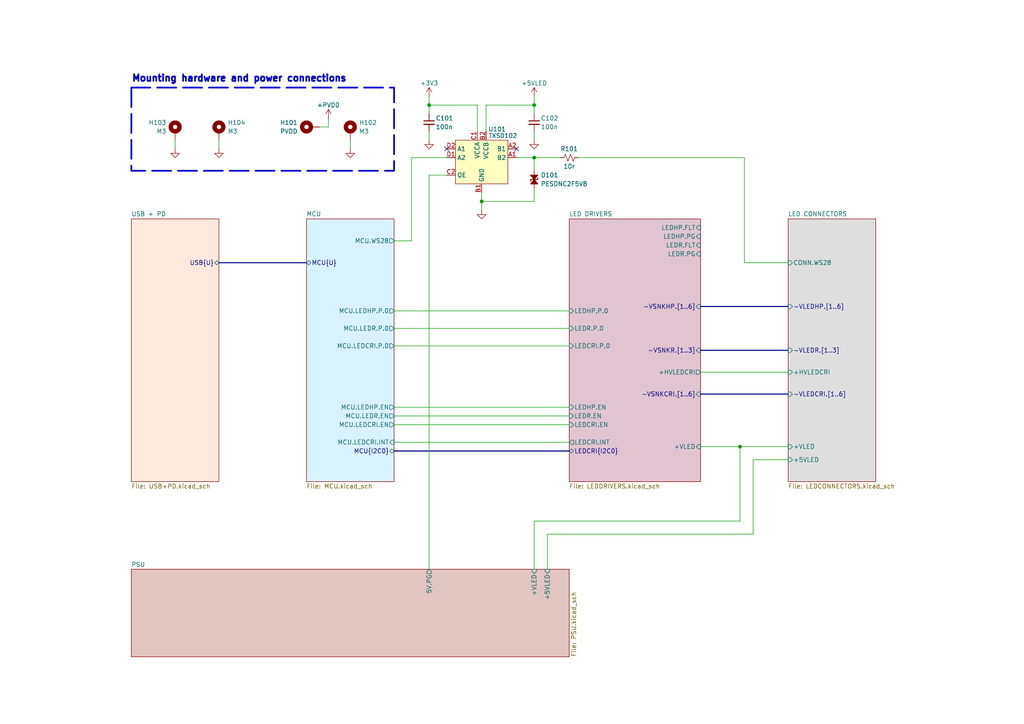
<source format=kicad_sch>
(kicad_sch (version 20250114) (generator "eeschema") (generator_version "9.0")
  (paper "A4")
  (title_block (title "Growlight controller, root page") (rev "0.1") (comment 1 "10u 0805 → HGC0805R5106K500NSLJ"))
  (lib_symbols
    (symbol "Device:C_Small" (pin_numbers (hide yes)) (pin_names (offset 0.254) (hide yes))
      (property "Reference" "C" (at 0.254 1.778 0))
      (property "Value" "C_Small" (at 0.254 -2.032 0))
      (symbol "C_Small_0_1"
        (polyline (pts (xy -1.524 0.508) (xy 1.524 0.508)) (stroke (width 0.3048)))
        (polyline (pts (xy -1.524 -0.508) (xy 1.524 -0.508)) (stroke (width 0.3302)))
      )
      (symbol "C_Small_1_1"
        (pin passive line (at 0 2.54 270) (length 2.032) (name "~") (number "1"))
        (pin passive line (at 0 -2.54 90) (length 2.032) (name "~") (number "2"))
      )
    )
    (symbol "Device:R_Small_US" (pin_numbers (hide yes)) (pin_names (offset 0.254) (hide yes))
      (property "Reference" "R" (at 0.762 0.508 0))
      (property "Value" "R_Small_US" (at 0.762 -1.016 0))
      (symbol "R_Small_US_1_1"
        (polyline (pts (xy 0 1.524) (xy 1.016 1.143) (xy 0 0.762) (xy -1.016 0.381) (xy 0 0)))
        (polyline (pts (xy 0 0) (xy 1.016 -0.381) (xy 0 -0.762) (xy -1.016 -1.143) (xy 0 -1.524)))
        (pin passive line (at 0 2.54 270) (length 1.016) (name "~") (number "1"))
        (pin passive line (at 0 -2.54 90) (length 1.016) (name "~") (number "2"))
      )
    )
    (symbol "Level shifters:TXS0102YZP"
      (property "Reference" "U" (at 1.905 9.525 0))
      (property "Value" "TXS0102" (at 1.905 7.62 0))
      (symbol "TXS0102YZP_0_0"
        (pin bidirectional line (at -10.16 3.81 0) (length 2.54) (name "A1") (number "D2"))
        (pin bidirectional line (at -10.16 1.27 0) (length 2.54) (name "A2") (number "D1"))
        (pin input line (at -10.16 -3.81 0) (length 2.54) (name "OE") (number "C2"))
        (pin power_in line (at -1.27 8.89 270) (length 2.54) (name "VCCA") (number "C1"))
        (pin power_in line (at 0 -8.89 90) (length 2.54) (name "GND") (number "B1"))
        (pin power_in line (at 1.27 8.89 270) (length 2.54) (name "VCCB") (number "B2"))
        (pin bidirectional line (at 10.16 3.81 180) (length 2.54) (name "B1") (number "A2"))
        (pin bidirectional line (at 10.16 1.27 180) (length 2.54) (name "B2") (number "A1"))
      )
      (symbol "TXS0102YZP_1_1"
        (rectangle (start -7.62 6.35) (end 7.62 -6.35) (fill (type background)))
      )
    )
    (symbol "Mechanical:MountingHole_Pad" (pin_numbers (hide yes)) (pin_names (offset 1.016) (hide yes)) (exclude_from_sim yes) (in_bom no)
      (property "Reference" "H" (at 0 6.35 0))
      (property "Value" "MountingHole_Pad" (at 0 4.445 0))
      (symbol "MountingHole_Pad_0_1"
        (circle (center 0 1.27) (radius 1.27) (stroke (width 1.27)))
      )
      (symbol "MountingHole_Pad_1_1"
        (pin input line (at 0 -2.54 90) (length 2.54) (name "1") (number "1"))
      )
    )
    (symbol "TVS diodes bidirectional:PESDNC2FD5VB" (pin_numbers (hide yes)) (pin_names (hide yes))
      (property "Reference" "D" (at 0 5.08 0))
      (property "Value" "PESDNC2F5VB" (at 0 2.54 0))
      (symbol "PESDNC2FD5VB_0_1"
        (polyline (pts (xy -1.27 0) (xy 1.27 0)))
        (polyline (pts (xy 0.508 1.016) (xy 0 1.016) (xy 0 -1.016) (xy -0.508 -1.016)) (stroke (width 0.254)))
      )
      (symbol "PESDNC2FD5VB_1_1"
        (polyline (pts (xy -1.27 1.016) (xy -1.27 -1.016) (xy 0 0) (xy -1.27 1.016)) (stroke (width 0.254)) (fill (type outline)))
        (polyline (pts (xy 0 0) (xy 1.27 1.016) (xy 1.27 -1.016) (xy 0 0)) (stroke (width 0.254)) (fill (type outline)))
        (pin passive line (at -2.54 0 0) (length 1.27) (name "A1") (number "1"))
        (pin passive line (at 2.54 0 180) (length 1.27) (name "A2") (number "2"))
      )
    )
    (symbol "power:+3V3" (power) (pin_numbers (hide yes)) (pin_names (offset 0) (hide yes))
      (property "Value" "+3V3" (at 0 3.556 0))
      (symbol "+3V3_0_1"
        (polyline (pts (xy -0.762 1.27) (xy 0 2.54)))
        (polyline (pts (xy 0 2.54) (xy 0.762 1.27)))
        (polyline (pts (xy 0 0) (xy 0 2.54)))
      )
      (symbol "+3V3_1_1"
        (pin power_in line (at 0 0 90) (length 0) (name "~") (number "1"))
      )
    )
    (symbol "power:GND" (power) (pin_numbers (hide yes)) (pin_names (offset 0) (hide yes))
      (property "Value" "GND" (at 0 -3.81 0))
      (symbol "GND_0_1"
        (polyline (pts (xy 0 0) (xy 0 -1.27) (xy 1.27 -1.27) (xy 0 -2.54) (xy -1.27 -1.27) (xy 0 -1.27)))
      )
      (symbol "GND_1_1"
        (pin power_in line (at 0 0 270) (length 0) (name "~") (number "1"))
      )
    )
    (symbol "power:VAA" (power) (pin_numbers (hide yes)) (pin_names (offset 0) (hide yes))
      (property "Value" "VAA" (at 0 3.556 0))
      (symbol "VAA_0_1"
        (polyline (pts (xy -0.762 1.27) (xy 0 2.54)))
        (polyline (pts (xy 0 2.54) (xy 0.762 1.27)))
        (polyline (pts (xy 0 0) (xy 0 2.54)))
      )
      (symbol "VAA_1_1"
        (pin power_in line (at 0 0 90) (length 0) (name "~") (number "1"))
      )
    )
  )
  (bus_alias "I2C0" (members "I2C0.SCL" "I2C0.SDA"))
  (bus_alias "U" (members "U.d+" "U.d-"))
  (rectangle (start 38.1 25.4) (end 114.3 49.53) (stroke (width 0.5) (type dash)))
  (text "Mounting hardware and power connections" (at 38.1 22.86 0) (effects (font (size 1.905 1.905) (thickness 0.508) (bold yes)) (justify left)))
  (junction (at 214.63 129.54))
  (junction (at 154.94 45.72))
  (junction (at 139.7 58.42))
  (junction (at 154.94 30.48))
  (junction (at 124.46 30.48))
  (no_connect (at 149.86 43.18))
  (no_connect (at 129.54 43.18))
  (wire (pts (xy 154.94 49.53) (xy 154.94 45.72)))
  (wire (pts (xy 214.63 129.54) (xy 228.6 129.54)))
  (bus (pts (xy 203.2 114.3) (xy 228.6 114.3)))
  (wire (pts (xy 149.86 45.72) (xy 154.94 45.72)))
  (wire (pts (xy 203.2 107.95) (xy 228.6 107.95)))
  (wire (pts (xy 114.3 123.19) (xy 165.1 123.19)))
  (wire (pts (xy 124.46 30.48) (xy 138.43 30.48)))
  (wire (pts (xy 92.71 36.83) (xy 95.25 36.83)))
  (wire (pts (xy 119.38 45.72) (xy 119.38 69.85)))
  (wire (pts (xy 129.54 50.8) (xy 124.46 50.8)))
  (bus (pts (xy 203.2 101.6) (xy 228.6 101.6)))
  (wire (pts (xy 154.94 151.13) (xy 214.63 151.13)))
  (wire (pts (xy 218.44 133.35) (xy 218.44 154.94)))
  (wire (pts (xy 114.3 128.27) (xy 165.1 128.27)))
  (wire (pts (xy 154.94 27.94) (xy 154.94 30.48)))
  (wire (pts (xy 218.44 154.94) (xy 158.75 154.94)))
  (wire (pts (xy 203.2 129.54) (xy 214.63 129.54)))
  (wire (pts (xy 101.6 43.18) (xy 101.6 40.64)))
  (wire (pts (xy 154.94 151.13) (xy 154.94 165.1)))
  (wire (pts (xy 139.7 58.42) (xy 154.94 58.42)))
  (wire (pts (xy 114.3 118.11) (xy 165.1 118.11)))
  (wire (pts (xy 119.38 45.72) (xy 129.54 45.72)))
  (wire (pts (xy 124.46 27.94) (xy 124.46 30.48)))
  (wire (pts (xy 124.46 38.1) (xy 124.46 40.64)))
  (wire (pts (xy 139.7 55.88) (xy 139.7 58.42)))
  (wire (pts (xy 50.8 43.18) (xy 50.8 40.64)))
  (wire (pts (xy 215.9 76.2) (xy 215.9 45.72)))
  (bus (pts (xy 63.5 76.2) (xy 88.9 76.2)))
  (wire (pts (xy 114.3 95.25) (xy 165.1 95.25)))
  (wire (pts (xy 154.94 58.42) (xy 154.94 54.61)))
  (wire (pts (xy 114.3 120.65) (xy 165.1 120.65)))
  (wire (pts (xy 154.94 38.1) (xy 154.94 40.64)))
  (wire (pts (xy 218.44 133.35) (xy 228.6 133.35)))
  (wire (pts (xy 124.46 30.48) (xy 124.46 33.02)))
  (wire (pts (xy 154.94 45.72) (xy 162.56 45.72)))
  (wire (pts (xy 167.64 45.72) (xy 215.9 45.72)))
  (wire (pts (xy 214.63 151.13) (xy 214.63 129.54)))
  (wire (pts (xy 114.3 100.33) (xy 165.1 100.33)))
  (wire (pts (xy 154.94 30.48) (xy 154.94 33.02)))
  (wire (pts (xy 124.46 50.8) (xy 124.46 165.1)))
  (wire (pts (xy 114.3 69.85) (xy 119.38 69.85)))
  (wire (pts (xy 95.25 34.29) (xy 95.25 36.83)))
  (wire (pts (xy 138.43 30.48) (xy 138.43 38.1)))
  (wire (pts (xy 140.97 30.48) (xy 140.97 38.1)))
  (bus (pts (xy 203.2 88.9) (xy 228.6 88.9)))
  (wire (pts (xy 63.5 43.18) (xy 63.5 40.64)))
  (wire (pts (xy 158.75 154.94) (xy 158.75 165.1)))
  (wire (pts (xy 140.97 30.48) (xy 154.94 30.48)))
  (wire (pts (xy 114.3 90.17) (xy 165.1 90.17)))
  (wire (pts (xy 139.7 58.42) (xy 139.7 60.96)))
  (wire (pts (xy 228.6 76.2) (xy 215.9 76.2)))
  (bus (pts (xy 114.3 130.81) (xy 165.1 130.81)))
  (symbol (lib_id "TVS diodes bidirectional:PESDNC2FD5VB") (at 154.94 52.07 90) (mirror x) (unit 1)
    (property "Reference" "D101" (at 156.845 50.8 90) (effects (justify right)))
    (property "Value" "PESDNC2F5VB" (at 156.845 53.34 90) (effects (justify right)))
    (property "Footprint" "DFN-x:DFN-1006-2L" (effects (hide yes)))
    (property "Description" "VRWmax = 5V. VBR ≥ 5.6V. Ppp = 80W, 8/20µs. Vclamp = 10V@1A, 8/20µs. SHanghai Prisemi Elec. DFN-1006-2L" (effects (hide yes)))
  )
  (symbol (lib_id "Mechanical:MountingHole_Pad") (at 63.5 38.1 0) (unit 1)
    (property "Reference" "H104" (at 66.04 35.5599 0) (effects (justify left)))
    (property "Value" "M3" (at 66.04 38.0999 0) (effects (justify left)))
    (property "Footprint" "Connectors Screw terminal:SMTSO3015CTJ" (effects (hide yes)))
    (property "Description" "Mounting Hole with connection" (effects (hide yes)))
  )
  (symbol (lib_id "power:GND") (at 101.6 43.18 0) (unit 1)
    (property "Reference" "#PWR0104" (effects (hide yes)))
    (property "Value" "GND" (effects (hide yes)))
    (property "Description" "Power symbol creates a global label with name \"GND\" , ground" (effects (hide yes)))
  )
  (symbol (lib_id "Mechanical:MountingHole_Pad") (at 50.8 38.1 0) (mirror y) (unit 1)
    (property "Reference" "H103" (at 48.26 35.5599 0) (effects (justify left)))
    (property "Value" "M3" (at 48.26 38.0999 0) (effects (justify left)))
    (property "Footprint" "Connectors Screw terminal:SMTSO3015CTJ" (effects (hide yes)))
    (property "Description" "Mounting Hole with connection" (effects (hide yes)))
  )
  (symbol (lib_id "Device:R_Small_US") (at 165.1 45.72 90) (unit 1)
    (property "Reference" "R101" (at 165.1 43.18 90))
    (property "Value" "10r" (at 165.1 48.26 90))
    (property "Footprint" "Perfect passives:R 0402 (1005 Metric)" (effects (hide yes)))
    (property "Description" "Resistor, small US symbol" (effects (hide yes)))
  )
  (symbol (lib_id "Level shifters:TXS0102YZP") (at 139.7 46.99 0) (unit 1)
    (property "Reference" "U101" (at 141.605 37.465 0) (effects (justify left)))
    (property "Value" "TXS0102" (at 141.605 39.37 0) (effects (justify left)))
    (property "Footprint" "BGA-xxx:DSBGA-8 (0.9x1.9) P0.5" (effects (hide yes)))
    (property "Description" "Two line bidirectional level shifter. Port A: Vin = 1.65-3.6V Port B: Vin = 2.3-5.5V. 50mA sink/source. Internal 10kΩ pullups. With OE pin." (effects (hide yes)))
  )
  (symbol (lib_id "power:GND") (at 50.8 43.18 0) (unit 1)
    (property "Reference" "#PWR0107" (effects (hide yes)))
    (property "Value" "GND" (effects (hide yes)))
    (property "Description" "Power symbol creates a global label with name \"GND\" , ground" (effects (hide yes)))
  )
  (symbol (lib_id "Mechanical:MountingHole_Pad") (at 101.6 38.1 0) (unit 1)
    (property "Reference" "H102" (at 104.14 35.5599 0) (effects (justify left)))
    (property "Value" "M3" (at 104.14 38.0999 0) (effects (justify left)))
    (property "Footprint" "Connectors Screw terminal:SMTSO3015CTJ" (effects (hide yes)))
    (property "Description" "Mounting Hole with connection" (effects (hide yes)))
  )
  (symbol (lib_id "power:VAA") (at 95.25 34.29 0) (unit 1)
    (property "Reference" "#PWR0103" (effects (hide yes)))
    (property "Value" "+PVDD" (at 95.25 30.48 0))
    (property "Description" "Power symbol creates a global label with name \"VAA\"" (effects (hide yes)))
  )
  (symbol (lib_id "power:GND") (at 139.7 60.96 0) (unit 1)
    (property "Reference" "#PWR0109" (effects (hide yes)))
    (property "Value" "GND" (effects (hide yes)))
    (property "Description" "Power symbol creates a global label with name \"GND\" , ground" (effects (hide yes)))
  )
  (symbol (lib_id "Device:C_Small") (at 154.94 35.56 0) (unit 1)
    (property "Reference" "C102" (at 156.845 34.29 0) (effects (justify left)))
    (property "Value" "100n" (at 156.845 36.83 0) (effects (justify left)))
    (property "Footprint" "Perfect passives:C 0402 (1005 Metric)" (effects (hide yes)))
    (property "Description" "Unpolarized capacitor, small symbol" (effects (hide yes)))
  )
  (symbol (lib_id "Device:C_Small") (at 124.46 35.56 0) (unit 1)
    (property "Reference" "C101" (at 126.365 34.29 0) (effects (justify left)))
    (property "Value" "100n" (at 126.365 36.83 0) (effects (justify left)))
    (property "Footprint" "Perfect passives:C 0402 (1005 Metric)" (effects (hide yes)))
    (property "Description" "Unpolarized capacitor, small symbol" (effects (hide yes)))
  )
  (symbol (lib_id "power:GND") (at 124.46 40.64 0) (unit 1)
    (property "Reference" "#PWR0105" (effects (hide yes)))
    (property "Value" "GND" (effects (hide yes)))
    (property "Description" "Power symbol creates a global label with name \"GND\" , ground" (effects (hide yes)))
  )
  (symbol (lib_id "power:GND") (at 63.5 43.18 0) (unit 1)
    (property "Reference" "#PWR0108" (effects (hide yes)))
    (property "Value" "GND" (effects (hide yes)))
    (property "Description" "Power symbol creates a global label with name \"GND\" , ground" (effects (hide yes)))
  )
  (symbol (lib_id "power:GND") (at 154.94 40.64 0) (unit 1)
    (property "Reference" "#PWR0106" (effects (hide yes)))
    (property "Value" "GND" (effects (hide yes)))
    (property "Description" "Power symbol creates a global label with name \"GND\" , ground" (effects (hide yes)))
  )
  (symbol (lib_id "power:+3V3") (at 124.46 27.94 0) (unit 1)
    (property "Reference" "#PWR0101" (effects (hide yes)))
    (property "Value" "+3V3" (at 124.46 24.13 0))
    (property "Description" "Power symbol creates a global label with name \"+3V3\"" (effects (hide yes)))
  )
  (symbol (lib_id "Mechanical:MountingHole_Pad") (at 90.17 36.83 90) (mirror x) (unit 1)
    (property "Reference" "H101" (at 86.36 35.5599 90) (effects (justify left)))
    (property "Value" "PVDD" (at 86.36 38.1 90) (effects (justify left)))
    (property "Footprint" "Connectors Screw terminal:SMTSO3015CTJ" (effects (hide yes)))
    (property "Description" "Mounting Hole with connection" (effects (hide yes)))
  )
  (symbol (lib_id "power:VAA") (at 154.94 27.94 0) (unit 1)
    (property "Reference" "#PWR0102" (effects (hide yes)))
    (property "Value" "+5VLED" (at 154.94 24.13 0))
    (property "Description" "Power symbol creates a global label with name \"VAA\"" (effects (hide yes)))
  )
  (sheet (at 38.1 63.5) (size 25.4 76.2) (stroke (width 0.1524)) (fill (color 255 160 116 0.2314))
    (property "Sheetname" "USB + PD" (at 38.1 62.7884 0) (effects (justify left bottom)))
    (property "Sheetfile" "USB+PD.kicad_sch" (at 38.1 140.2846 0) (effects (justify left top)))
    (pin "USB{U}" bidirectional (at 63.5 76.2 0))
  )
  (sheet (at 38.1 165.1) (size 127 25.4) (stroke (width 0.1524)) (fill (color 132 25 9 0.2510))
    (property "Sheetname" "PSU" (at 38.1 164.465 0) (effects (justify left bottom)))
    (property "Sheetfile" "PSU.kicad_sch" (at 165.6846 190.5 90) (effects (justify left top)))
    (pin "5V.PG" output (at 124.46 165.1 90))
    (pin "+VLED" input (at 154.94 165.1 90))
    (pin "+5VLED" input (at 158.75 165.1 90))
  )
  (sheet (at 88.9 63.5) (size 25.4 76.2) (stroke (width 0.1524)) (fill (color 125 212 255 0.2902))
    (property "Sheetname" "MCU" (at 88.9 62.7884 0) (effects (justify left bottom)))
    (property "Sheetfile" "MCU.kicad_sch" (at 88.9 140.2846 0) (effects (justify left top)))
    (pin "MCU.LEDCRI.EN" output (at 114.3 123.19 0))
    (pin "MCU.LEDCRI.INT" input (at 114.3 128.27 0))
    (pin "MCU.LEDCRI.P.0" output (at 114.3 100.33 0))
    (pin "MCU.LEDHP.EN" output (at 114.3 118.11 0))
    (pin "MCU.LEDHP.P.0" output (at 114.3 90.17 0))
    (pin "MCU.LEDR.EN" output (at 114.3 120.65 0))
    (pin "MCU.LEDR.P.0" output (at 114.3 95.25 0))
    (pin "MCU.WS28" output (at 114.3 69.85 0))
    (pin "MCU{I2C0}" bidirectional (at 114.3 130.81 0))
    (pin "MCU{U}" bidirectional (at 88.9 76.2 180))
  )
  (sheet (at 228.6 63.5) (size 25.4 76.2) (stroke (width 0.1524)) (fill (color 77 77 77 0.1800))
    (property "Sheetname" "LED CONNECTORS" (at 228.6 62.7884 0) (effects (justify left bottom)))
    (property "Sheetfile" "LEDCONNECTORS.kicad_sch" (at 228.6 140.2846 0) (effects (justify left top)))
    (pin "-VLEDCRI.[1..6]" input (at 228.6 114.3 180))
    (pin "-VLEDHP.[1..6]" input (at 228.6 88.9 180))
    (pin "-VLEDR.[1..3]" input (at 228.6 101.6 180))
    (pin "+HVLEDCRI" input (at 228.6 107.95 180))
    (pin "+VLED" input (at 228.6 129.54 180))
    (pin "CONN.WS28" input (at 228.6 76.2 180))
    (pin "+5VLED" input (at 228.6 133.35 180))
  )
  (sheet (at 165.1 63.5) (size 38.1 76.2) (stroke (width 0.1524)) (fill (color 132 24 70 0.2510))
    (property "Sheetname" "LED DRIVERS" (at 165.1 62.7884 0) (effects (justify left bottom)))
    (property "Sheetfile" "LEDDRIVERS.kicad_sch" (at 165.1 140.2846 0) (effects (justify left top)))
    (pin "LEDCRI.EN" input (at 165.1 123.19 180))
    (pin "LEDCRI.INT" output (at 165.1 128.27 180))
    (pin "LEDCRI.P.0" input (at 165.1 100.33 180))
    (pin "LEDCRI{I2C0}" bidirectional (at 165.1 130.81 180))
    (pin "LEDHP.EN" input (at 165.1 118.11 180))
    (pin "LEDHP.P.0" input (at 165.1 90.17 180))
    (pin "LEDR.EN" input (at 165.1 120.65 180))
    (pin "LEDR.P.0" input (at 165.1 95.25 180))
    (pin "+HVLEDCRI" output (at 203.2 107.95 0))
    (pin "-VSNKCRI.[1..6]" input (at 203.2 114.3 0))
    (pin "-VSNKHP.[1..6]" input (at 203.2 88.9 0))
    (pin "-VSNKR.[1..3]" input (at 203.2 101.6 0))
    (pin "+VLED" input (at 203.2 129.54 0))
    (pin "LEDHP.FLT" input (at 203.2 66.04 0))
    (pin "LEDHP.PG" input (at 203.2 68.58 0))
    (pin "LEDR.FLT" input (at 203.2 71.12 0))
    (pin "LEDR.PG" input (at 203.2 73.66 0))
  )
)
</source>
